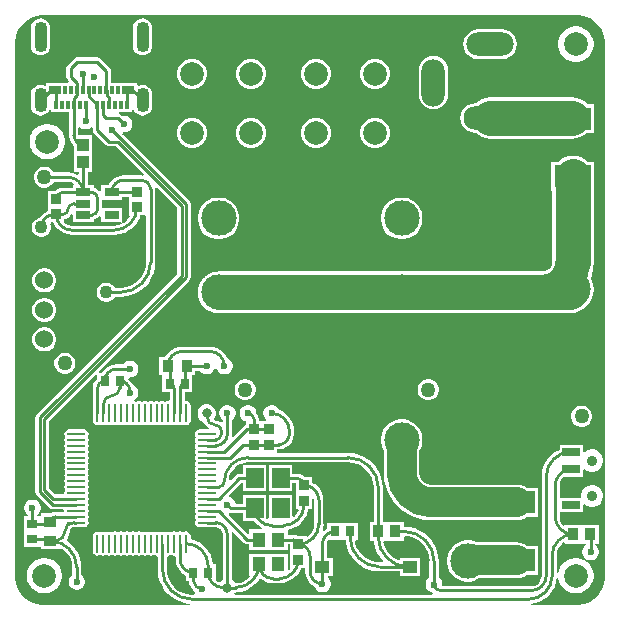
<source format=gtl>
G04*
G04 #@! TF.GenerationSoftware,Altium Limited,CircuitMaker,2.3.0 (2.3.0.3)*
G04*
G04 Layer_Physical_Order=1*
G04 Layer_Color=25308*
%FSLAX25Y25*%
%MOIN*%
G70*
G04*
G04 #@! TF.SameCoordinates,16FC6845-B66D-4252-ADF8-C3080C0A7A4D*
G04*
G04*
G04 #@! TF.FilePolarity,Positive*
G04*
G01*
G75*
%ADD10C,0.01000*%
%ADD17R,0.03740X0.03937*%
%ADD18R,0.03150X0.03543*%
%ADD19R,0.03937X0.02756*%
%ADD20R,0.01181X0.02756*%
%ADD21R,0.05905X0.02756*%
%ADD22R,0.03543X0.04134*%
%ADD23R,0.12402X0.07717*%
%ADD24R,0.03543X0.03347*%
%ADD25R,0.04724X0.03937*%
%ADD26R,0.05905X0.06693*%
%ADD27R,0.04331X0.05118*%
%ADD28R,0.03543X0.03150*%
%ADD29R,0.03937X0.03740*%
%ADD30O,0.00984X0.06102*%
%ADD31O,0.06102X0.00984*%
%ADD32R,0.03937X0.04134*%
%ADD33R,0.05118X0.02756*%
%ADD64C,0.09842*%
%ADD65C,0.11811*%
G04:AMPARAMS|DCode=66|XSize=82.68mil|YSize=43.31mil|CornerRadius=21.65mil|HoleSize=0mil|Usage=FLASHONLY|Rotation=270.000|XOffset=0mil|YOffset=0mil|HoleType=Round|Shape=RoundedRectangle|*
%AMROUNDEDRECTD66*
21,1,0.08268,0.00000,0,0,270.0*
21,1,0.03937,0.04331,0,0,270.0*
1,1,0.04331,0.00000,-0.01968*
1,1,0.04331,0.00000,0.01968*
1,1,0.04331,0.00000,0.01968*
1,1,0.04331,0.00000,-0.01968*
%
%ADD66ROUNDEDRECTD66*%
G04:AMPARAMS|DCode=67|XSize=102.36mil|YSize=43.31mil|CornerRadius=21.65mil|HoleSize=0mil|Usage=FLASHONLY|Rotation=270.000|XOffset=0mil|YOffset=0mil|HoleType=Round|Shape=RoundedRectangle|*
%AMROUNDEDRECTD67*
21,1,0.10236,0.00000,0,0,270.0*
21,1,0.05905,0.04331,0,0,270.0*
1,1,0.04331,0.00000,-0.02953*
1,1,0.04331,0.00000,0.02953*
1,1,0.04331,0.00000,0.02953*
1,1,0.04331,0.00000,-0.02953*
%
%ADD67ROUNDEDRECTD67*%
%ADD68C,0.03543*%
%ADD69C,0.06000*%
%ADD70O,0.07874X0.15748*%
%ADD71O,0.15748X0.07874*%
%ADD72O,0.17716X0.07874*%
%ADD73C,0.07874*%
%ADD74C,0.03150*%
%ADD75C,0.02362*%
%ADD76C,0.04331*%
%ADD77C,0.05000*%
%ADD78C,0.11811*%
G36*
X212818Y147540D02*
X214411Y147057D01*
X215879Y146273D01*
X217165Y145217D01*
X218221Y143930D01*
X219006Y142462D01*
X219489Y140869D01*
X219646Y139281D01*
X219632Y139213D01*
Y127673D01*
X218390D01*
Y121539D01*
X219725D01*
X219768Y120991D01*
X220191Y119231D01*
X220883Y117558D01*
X221829Y116015D01*
X222846Y114825D01*
X222615Y114325D01*
X221713D01*
X221644Y114311D01*
X220056Y114468D01*
X218463Y114951D01*
X216995Y115735D01*
X215709Y116791D01*
X214653Y118078D01*
X213868Y119546D01*
X213385Y121139D01*
X213353Y121464D01*
X213689Y121835D01*
X214287D01*
Y127378D01*
X204217D01*
Y125512D01*
X203901Y125381D01*
X203035Y124717D01*
X202604Y125016D01*
X202757Y125521D01*
X202919Y127165D01*
X202907D01*
Y135039D01*
X202909D01*
X202785Y136298D01*
X202418Y137509D01*
X201822Y138624D01*
X201019Y139602D01*
X200041Y140404D01*
X199228Y140839D01*
Y142634D01*
X196912D01*
X196849Y142715D01*
X196042Y143334D01*
X195103Y143723D01*
X194095Y143856D01*
Y143852D01*
X192535D01*
Y146669D01*
X184630D01*
Y137976D01*
X192535D01*
Y140794D01*
X193685D01*
Y137287D01*
Y132169D01*
X194269D01*
X194603Y131669D01*
X194231Y130772D01*
X193375Y129656D01*
X192984Y129356D01*
X192535Y129577D01*
Y136669D01*
X184630D01*
Y128996D01*
X184151Y128699D01*
X183874Y128847D01*
Y136669D01*
X175969D01*
Y133852D01*
X173615D01*
X173434Y134528D01*
X173071Y135157D01*
X172558Y135670D01*
X171930Y136033D01*
X171499Y136148D01*
X171345Y136702D01*
X175437Y140794D01*
X175969D01*
Y137976D01*
X183874D01*
Y146669D01*
X175969D01*
Y143852D01*
X174803D01*
X174218Y143736D01*
X173722Y143404D01*
X171931Y141613D01*
X171451Y141840D01*
X171523Y142578D01*
X171885Y143770D01*
X172472Y144869D01*
X173263Y145832D01*
X174225Y146622D01*
X175324Y147210D01*
X176516Y147571D01*
X177722Y147690D01*
X177756Y147683D01*
X211161D01*
X211230Y147697D01*
X212818Y147540D01*
D02*
G37*
G36*
X289767Y296466D02*
X291587Y295712D01*
X293225Y294618D01*
X294618Y293225D01*
X295712Y291587D01*
X296466Y289767D01*
X296850Y287835D01*
Y286850D01*
Y110000D01*
Y109015D01*
X296466Y107083D01*
X295712Y105263D01*
X294618Y103625D01*
X293225Y102233D01*
X291587Y101138D01*
X289767Y100384D01*
X287835Y100000D01*
X272065D01*
X272040Y100500D01*
X273097Y100604D01*
X274865Y101140D01*
X276493Y102011D01*
X277920Y103182D01*
X279092Y104609D01*
X279962Y106238D01*
X280498Y108005D01*
X280612Y109162D01*
X281117Y109187D01*
X281329Y108120D01*
X281774Y107045D01*
X282421Y106078D01*
X283243Y105255D01*
X284211Y104609D01*
X285285Y104164D01*
X286426Y103937D01*
X287590D01*
X288730Y104164D01*
X289805Y104609D01*
X290772Y105255D01*
X291595Y106078D01*
X292241Y107045D01*
X292686Y108120D01*
X292913Y109261D01*
Y110424D01*
X292686Y111565D01*
X292241Y112640D01*
X291595Y113607D01*
X290772Y114430D01*
X289805Y115076D01*
X288730Y115521D01*
X287590Y115748D01*
X286426D01*
X285285Y115521D01*
X284211Y115076D01*
X283243Y114430D01*
X282421Y113607D01*
X281774Y112640D01*
X281329Y111565D01*
X281163Y110730D01*
X280663Y110780D01*
Y116634D01*
X280647Y116714D01*
X280824Y118053D01*
X281372Y119376D01*
X282243Y120512D01*
X282902Y121018D01*
X283350Y120797D01*
Y120555D01*
X288559D01*
X288894Y120555D01*
X289394Y120555D01*
X290400D01*
Y120016D01*
X290237Y119922D01*
X289724Y119409D01*
X289361Y118780D01*
X289173Y118079D01*
Y117354D01*
X289361Y116653D01*
X289724Y116024D01*
X290237Y115511D01*
X290865Y115148D01*
X291566Y114961D01*
X292292D01*
X292993Y115148D01*
X293621Y115511D01*
X294134Y116024D01*
X294497Y116653D01*
X294685Y117354D01*
Y118079D01*
X294497Y118780D01*
X294134Y119409D01*
X293621Y119922D01*
X293459Y120016D01*
Y120555D01*
X294602D01*
Y126689D01*
X289394D01*
X289059Y126689D01*
X288559Y126689D01*
X283350D01*
Y126689D01*
X282850Y126573D01*
X282231Y127380D01*
X281783Y128463D01*
X281637Y129572D01*
X281647Y129626D01*
Y131087D01*
X289484D01*
Y133412D01*
X289946Y133603D01*
X290125Y133424D01*
X290978Y132932D01*
X291929Y132677D01*
X292914D01*
X293865Y132932D01*
X294718Y133424D01*
X295414Y134121D01*
X295906Y134974D01*
X296161Y135925D01*
Y136910D01*
X295906Y137861D01*
X295414Y138714D01*
X294718Y139410D01*
X293865Y139903D01*
X292914Y140157D01*
X291929D01*
X290978Y139903D01*
X290125Y139410D01*
X289428Y138714D01*
X288936Y137861D01*
X288681Y136910D01*
Y135925D01*
X288618Y135843D01*
X281647D01*
Y139862D01*
X281640Y139901D01*
X281768Y140871D01*
X282157Y141811D01*
X282776Y142618D01*
X283141Y142898D01*
X289484D01*
Y145223D01*
X289946Y145414D01*
X290125Y145236D01*
X290978Y144743D01*
X291929Y144488D01*
X292914D01*
X293865Y144743D01*
X294718Y145236D01*
X295414Y145932D01*
X295906Y146785D01*
X296161Y147736D01*
Y148721D01*
X295906Y149672D01*
X295414Y150525D01*
X294718Y151221D01*
X293865Y151714D01*
X292914Y151969D01*
X291929D01*
X290978Y151714D01*
X290125Y151221D01*
X289946Y151043D01*
X289484Y151234D01*
Y153559D01*
X281579D01*
Y151889D01*
X280024Y151058D01*
X278521Y149825D01*
X277288Y148323D01*
X276372Y146609D01*
X275808Y144749D01*
X275618Y142815D01*
X275636D01*
Y109843D01*
X275641Y109817D01*
X275529Y108962D01*
X275189Y108142D01*
X274648Y107438D01*
X273944Y106898D01*
X273124Y106558D01*
X272270Y106446D01*
X272244Y106451D01*
X242578D01*
X242520Y106527D01*
Y107253D01*
X242332Y107954D01*
X241969Y108582D01*
X241456Y109095D01*
X241293Y109189D01*
Y114606D01*
X241299D01*
X241157Y116411D01*
X240735Y118171D01*
X240042Y119843D01*
X239096Y121387D01*
X237921Y122763D01*
X236544Y123939D01*
X235001Y124885D01*
X233329Y125577D01*
X231568Y126000D01*
X229764Y126142D01*
X229642Y126591D01*
Y127673D01*
X224098D01*
Y127673D01*
X223933D01*
Y127673D01*
X222691D01*
Y139213D01*
X222697D01*
X222555Y141017D01*
X222132Y142777D01*
X221440Y144450D01*
X220494Y145993D01*
X219318Y147370D01*
X217942Y148545D01*
X216399Y149491D01*
X214726Y150184D01*
X212966Y150606D01*
X211161Y150748D01*
Y150742D01*
X187864D01*
X187417Y150870D01*
Y152014D01*
X187992D01*
Y152000D01*
X189309Y152173D01*
X190535Y152681D01*
X191589Y153490D01*
X192397Y154543D01*
X192906Y155770D01*
X193079Y157087D01*
X193065D01*
Y158071D01*
X193071D01*
X192928Y159523D01*
X192505Y160919D01*
X191817Y162205D01*
X190892Y163333D01*
X189764Y164258D01*
X188478Y164946D01*
X188201Y165030D01*
X188198Y165040D01*
X187835Y165668D01*
X187322Y166182D01*
X186694Y166544D01*
X185993Y166732D01*
X185267D01*
X184566Y166544D01*
X183938Y166182D01*
X183425Y165668D01*
X183062Y165040D01*
X182874Y164339D01*
Y163614D01*
X183062Y162913D01*
X183425Y162284D01*
X183874Y161835D01*
X183827Y161574D01*
X183694Y161335D01*
X182496D01*
Y161335D01*
X181254D01*
Y162008D01*
X181254D01*
X181135Y162913D01*
X180786Y163757D01*
X180512Y164114D01*
Y164339D01*
X180324Y165040D01*
X179961Y165668D01*
X179448Y166182D01*
X178820Y166544D01*
X178119Y166732D01*
X177393D01*
X176692Y166544D01*
X176064Y166182D01*
X175551Y165668D01*
X175188Y165040D01*
X175000Y164339D01*
Y163614D01*
X175188Y162913D01*
X175551Y162284D01*
X176064Y161771D01*
X176515Y161511D01*
X176524Y161506D01*
X176524Y161506D01*
X176692Y161408D01*
X176953Y161335D01*
X176953Y161335D01*
Y160109D01*
X176777Y160074D01*
X176281Y159743D01*
X172779Y156241D01*
X172331Y156463D01*
X172413Y157087D01*
X172396D01*
Y161677D01*
X172558Y161771D01*
X173071Y162284D01*
X173434Y162913D01*
X173622Y163614D01*
Y164339D01*
X173434Y165040D01*
X173071Y165668D01*
X172558Y166182D01*
X171930Y166544D01*
X171229Y166732D01*
X170503D01*
X169802Y166544D01*
X169174Y166182D01*
X168661Y165668D01*
X168298Y165040D01*
X168110Y164339D01*
Y163614D01*
X168298Y162913D01*
X168661Y162284D01*
X169174Y161771D01*
X169337Y161677D01*
Y161161D01*
X168888Y160940D01*
X168678Y161101D01*
X167835Y161450D01*
X166929Y161569D01*
Y161569D01*
X166640Y161622D01*
X166500Y161925D01*
X166448Y162155D01*
X166820Y162799D01*
X167027Y163575D01*
Y164378D01*
X166820Y165154D01*
X166418Y165850D01*
X165850Y166418D01*
X165154Y166820D01*
X164378Y167027D01*
X163575D01*
X162799Y166820D01*
X162103Y166418D01*
X161535Y165850D01*
X161133Y165154D01*
X160925Y164378D01*
Y163575D01*
X161133Y162799D01*
X161535Y162103D01*
X162103Y161535D01*
X162799Y161133D01*
X162890Y161109D01*
X163040Y160747D01*
X163753Y159816D01*
X164677Y159108D01*
X164680Y159086D01*
X164571Y158608D01*
X161516D01*
X160933Y158492D01*
X160440Y158162D01*
X160110Y157669D01*
X159994Y157087D01*
X160110Y156504D01*
X160379Y156102D01*
X160110Y155700D01*
X159994Y155118D01*
X160110Y154536D01*
X160379Y154134D01*
X160110Y153732D01*
X159994Y153150D01*
X160110Y152567D01*
X160379Y152165D01*
X160110Y151763D01*
X159994Y151181D01*
X160110Y150599D01*
X160379Y150197D01*
X160110Y149795D01*
X159994Y149213D01*
X160110Y148630D01*
X160379Y148228D01*
X160110Y147826D01*
X159994Y147244D01*
X160110Y146662D01*
X160379Y146260D01*
X160110Y145858D01*
X159994Y145276D01*
X160110Y144693D01*
X160379Y144291D01*
X160110Y143889D01*
X159994Y143307D01*
X160110Y142725D01*
X160379Y142323D01*
X160110Y141921D01*
X159994Y141339D01*
X160110Y140756D01*
X160379Y140354D01*
X160110Y139952D01*
X159994Y139370D01*
X160110Y138788D01*
X160379Y138386D01*
X160110Y137984D01*
X159994Y137402D01*
X160110Y136819D01*
X160379Y136417D01*
X160110Y136015D01*
X159994Y135433D01*
X160110Y134851D01*
X160379Y134449D01*
X160110Y134047D01*
X159994Y133465D01*
X160110Y132882D01*
X160379Y132480D01*
X160110Y132078D01*
X159994Y131496D01*
X160110Y130914D01*
X160379Y130512D01*
X160110Y130110D01*
X159994Y129527D01*
X160110Y128945D01*
X160379Y128543D01*
X160110Y128141D01*
X159994Y127559D01*
X160110Y126977D01*
X160440Y126483D01*
X160933Y126154D01*
X161516Y126038D01*
X164034D01*
X164075Y126030D01*
X166929D01*
X166995Y126043D01*
X167860Y125871D01*
X168650Y125343D01*
X169178Y124553D01*
X169350Y123688D01*
X169337Y123622D01*
Y108546D01*
X168993Y108347D01*
X168425Y107779D01*
X168331Y107616D01*
X167690Y107882D01*
X167043Y108378D01*
Y113598D01*
X165971D01*
X165840Y114930D01*
X165332Y116604D01*
X164507Y118147D01*
X163398Y119500D01*
X162045Y120610D01*
X160502Y121434D01*
X158828Y121942D01*
X158608Y121964D01*
Y123130D01*
X158492Y123712D01*
X158162Y124206D01*
X157669Y124535D01*
X157087Y124651D01*
X156504Y124535D01*
X156102Y124267D01*
X155700Y124535D01*
X155118Y124651D01*
X154536Y124535D01*
X154134Y124267D01*
X153732Y124535D01*
X153150Y124651D01*
X152567Y124535D01*
X152165Y124267D01*
X151763Y124535D01*
X151181Y124651D01*
X150599Y124535D01*
X150197Y124267D01*
X149795Y124535D01*
X149213Y124651D01*
X148630Y124535D01*
X148228Y124267D01*
X147826Y124535D01*
X147244Y124651D01*
X146662Y124535D01*
X146260Y124267D01*
X145858Y124535D01*
X145276Y124651D01*
X144693Y124535D01*
X144291Y124267D01*
X143889Y124535D01*
X143307Y124651D01*
X142725Y124535D01*
X142323Y124267D01*
X141921Y124535D01*
X141339Y124651D01*
X140756Y124535D01*
X140354Y124267D01*
X139952Y124535D01*
X139370Y124651D01*
X138788Y124535D01*
X138386Y124267D01*
X137984Y124535D01*
X137402Y124651D01*
X136819Y124535D01*
X136417Y124267D01*
X136015Y124535D01*
X135433Y124651D01*
X134851Y124535D01*
X134449Y124267D01*
X134047Y124535D01*
X133465Y124651D01*
X132882Y124535D01*
X132480Y124267D01*
X132078Y124535D01*
X131496Y124651D01*
X130914Y124535D01*
X130512Y124267D01*
X130110Y124535D01*
X129528Y124651D01*
X128945Y124535D01*
X128543Y124267D01*
X128141Y124535D01*
X127559Y124651D01*
X126977Y124535D01*
X126483Y124206D01*
X126154Y123712D01*
X126038Y123130D01*
Y118012D01*
X126154Y117430D01*
X126483Y116936D01*
X126977Y116606D01*
X127559Y116490D01*
X128141Y116606D01*
X128543Y116875D01*
X128945Y116606D01*
X129528Y116490D01*
X130110Y116606D01*
X130512Y116875D01*
X130914Y116606D01*
X131496Y116490D01*
X132078Y116606D01*
X132480Y116875D01*
X132882Y116606D01*
X133465Y116490D01*
X134047Y116606D01*
X134449Y116875D01*
X134851Y116606D01*
X135433Y116490D01*
X136015Y116606D01*
X136417Y116875D01*
X136819Y116606D01*
X137402Y116490D01*
X137984Y116606D01*
X138386Y116875D01*
X138788Y116606D01*
X139370Y116490D01*
X139952Y116606D01*
X140354Y116875D01*
X140756Y116606D01*
X141339Y116490D01*
X141921Y116606D01*
X142323Y116875D01*
X142725Y116606D01*
X143307Y116490D01*
X143889Y116606D01*
X144291Y116875D01*
X144693Y116606D01*
X145276Y116490D01*
X145858Y116606D01*
X146260Y116875D01*
X146662Y116606D01*
X147244Y116490D01*
X147297Y116501D01*
X147683Y116184D01*
Y111969D01*
X147677D01*
X147819Y110164D01*
X148242Y108404D01*
X148934Y106731D01*
X149880Y105188D01*
X151056Y103812D01*
X152432Y102636D01*
X153976Y101690D01*
X155648Y100997D01*
X157408Y100575D01*
X158361Y100500D01*
X158341Y100000D01*
X109015D01*
X107083Y100384D01*
X105263Y101138D01*
X103625Y102233D01*
X102233Y103625D01*
X101138Y105263D01*
X100384Y107083D01*
X100000Y109015D01*
Y110000D01*
Y129528D01*
Y286850D01*
Y287835D01*
X100384Y289767D01*
X101138Y291587D01*
X102233Y293225D01*
X103625Y294618D01*
X105263Y295712D01*
X107083Y296466D01*
X109015Y296850D01*
X287835D01*
X289767Y296466D01*
D02*
G37*
G36*
X172008Y130793D02*
X175969D01*
Y127976D01*
X179860D01*
X180519Y127173D01*
X181623Y126267D01*
X182292Y125909D01*
X182167Y125409D01*
X178232D01*
Y124047D01*
X177732Y123840D01*
X171345Y130227D01*
X171499Y130781D01*
X171742Y130846D01*
X172008Y130793D01*
D02*
G37*
G36*
X199802Y135455D02*
X199854Y135065D01*
X199849Y135039D01*
Y127165D01*
X199864Y127088D01*
X199690Y125771D01*
X199153Y124472D01*
X198297Y123357D01*
X197567Y122797D01*
X197260Y122949D01*
Y122949D01*
X194481D01*
X194464Y122961D01*
X193716Y123271D01*
X192956Y123371D01*
X192913Y123380D01*
X191059D01*
Y125181D01*
X191212Y125196D01*
X192793Y125676D01*
X194251Y126455D01*
X195528Y127503D01*
X196576Y128781D01*
X197356Y130238D01*
X197835Y131820D01*
X197870Y132169D01*
X199228D01*
Y135251D01*
X199728Y135508D01*
X199802Y135455D01*
D02*
G37*
G36*
X231420Y122934D02*
X233013Y122451D01*
X234481Y121666D01*
X235768Y120610D01*
X236824Y119324D01*
X237608Y117856D01*
X238091Y116263D01*
X238248Y114674D01*
X238234Y114606D01*
Y109189D01*
X238072Y109095D01*
X237559Y108582D01*
X237196Y107954D01*
X237008Y107253D01*
Y106527D01*
X237196Y105826D01*
X237559Y105198D01*
X238072Y104684D01*
X238700Y104322D01*
X239328Y104153D01*
X239446Y104059D01*
X239483Y103998D01*
X239202Y103498D01*
X173427D01*
X173235Y103960D01*
X173308Y104032D01*
X173336Y104081D01*
X173721Y104361D01*
X175520Y104538D01*
X177249Y105063D01*
X178844Y105915D01*
X180241Y107062D01*
X181388Y108459D01*
X181557Y108777D01*
X182048Y108874D01*
X182647Y108382D01*
X183729Y107804D01*
X184902Y107448D01*
X186122Y107328D01*
Y107329D01*
X188189D01*
Y107320D01*
X189718Y107471D01*
X191188Y107917D01*
X192543Y108641D01*
X193730Y109616D01*
X194705Y110803D01*
X195429Y112158D01*
X195528Y112484D01*
X196896D01*
Y111221D01*
X196877D01*
X197070Y109750D01*
X197638Y108379D01*
X198541Y107202D01*
X199718Y106299D01*
X199942Y106207D01*
X199991Y106023D01*
X200354Y105394D01*
X200867Y104881D01*
X201495Y104518D01*
X202196Y104331D01*
X202922D01*
X203623Y104518D01*
X204251Y104881D01*
X204764Y105394D01*
X205127Y106023D01*
X205315Y106724D01*
Y107449D01*
X205127Y108150D01*
X204764Y108779D01*
X204251Y109292D01*
X204191Y109327D01*
X204278Y109827D01*
X205921D01*
Y115764D01*
X204088D01*
Y120374D01*
X204087Y120382D01*
X204178Y121074D01*
X204448Y121727D01*
X204531Y121835D01*
X210253D01*
X210319Y120991D01*
X210742Y119231D01*
X211434Y117558D01*
X212380Y116015D01*
X213556Y114638D01*
X214932Y113463D01*
X216476Y112517D01*
X218148Y111824D01*
X219908Y111402D01*
X221713Y111260D01*
Y111266D01*
X228331D01*
Y109827D01*
X235055D01*
Y115764D01*
X228331D01*
Y115243D01*
X228141Y115102D01*
X227831Y114994D01*
X226444Y115735D01*
X225157Y116791D01*
X224101Y118078D01*
X223317Y119546D01*
X222864Y121039D01*
X223031Y121390D01*
X223166Y121539D01*
X223933D01*
Y121539D01*
X224098D01*
Y121539D01*
X229642D01*
Y122668D01*
X230142Y123060D01*
X231420Y122934D01*
D02*
G37*
G36*
X152567Y116606D02*
X153150Y116490D01*
X153202Y116501D01*
X153589Y116184D01*
Y115256D01*
X153590Y115249D01*
X153704Y114094D01*
X154043Y112976D01*
X154594Y111946D01*
X155334Y111043D01*
X156237Y110302D01*
X156972Y109909D01*
Y108055D01*
X158050D01*
X158162Y107204D01*
X158610Y106121D01*
X159324Y105190D01*
X159806Y104821D01*
X159932Y104350D01*
X160135Y103998D01*
X159846Y103498D01*
X159213D01*
X159144Y103484D01*
X157556Y103641D01*
X155963Y104124D01*
X154495Y104909D01*
X153209Y105965D01*
X152153Y107251D01*
X151368Y108719D01*
X150885Y110312D01*
X150728Y111900D01*
X150742Y111969D01*
Y116184D01*
X151128Y116501D01*
X151181Y116490D01*
X151763Y116606D01*
X152165Y116875D01*
X152567Y116606D01*
D02*
G37*
G36*
X176478Y120769D02*
X176974Y120437D01*
X177559Y120321D01*
X178232D01*
Y118291D01*
X184563D01*
X184563Y118291D01*
X184728D01*
Y118291D01*
X185063Y118291D01*
X191059D01*
Y120321D01*
X191717D01*
Y117602D01*
Y112484D01*
X191717D01*
X191876Y112161D01*
X191576Y111770D01*
X191507Y111718D01*
X191059Y111939D01*
Y117142D01*
X184728D01*
X184728Y117142D01*
X184563D01*
Y117142D01*
X184228Y117142D01*
X178232D01*
Y110024D01*
X178232D01*
X178413Y109642D01*
X178074Y109229D01*
X177141Y108464D01*
X176077Y107895D01*
X174922Y107544D01*
X173751Y107429D01*
X173721Y107435D01*
X173506D01*
X173308Y107779D01*
X172740Y108347D01*
X172396Y108546D01*
Y123622D01*
X172413D01*
X172331Y124246D01*
X172779Y124467D01*
X176478Y120769D01*
D02*
G37*
%LPC*%
G36*
X142598Y295594D02*
X141772Y295485D01*
X141002Y295166D01*
X140341Y294659D01*
X139833Y293998D01*
X139515Y293228D01*
X139406Y292402D01*
Y286496D01*
X139515Y285670D01*
X139833Y284900D01*
X140341Y284239D01*
X141002Y283731D01*
X141772Y283412D01*
X142598Y283303D01*
X143425Y283412D01*
X144195Y283731D01*
X144856Y284239D01*
X145363Y284900D01*
X145682Y285670D01*
X145791Y286496D01*
Y292402D01*
X145682Y293228D01*
X145363Y293998D01*
X144856Y294659D01*
X144195Y295166D01*
X143425Y295485D01*
X142598Y295594D01*
D02*
G37*
G36*
X108583D02*
X107756Y295485D01*
X106986Y295166D01*
X106325Y294659D01*
X105818Y293998D01*
X105499Y293228D01*
X105390Y292402D01*
Y286496D01*
X105499Y285670D01*
X105818Y284900D01*
X106325Y284239D01*
X106986Y283731D01*
X107756Y283412D01*
X108583Y283303D01*
X109409Y283412D01*
X110179Y283731D01*
X110840Y284239D01*
X111348Y284900D01*
X111667Y285670D01*
X111775Y286496D01*
Y292402D01*
X111667Y293228D01*
X111348Y293998D01*
X110840Y294659D01*
X110179Y295166D01*
X109409Y295485D01*
X108583Y295594D01*
D02*
G37*
G36*
X262402Y291987D02*
X254528D01*
X253239Y291818D01*
X252038Y291320D01*
X251006Y290529D01*
X250215Y289498D01*
X249718Y288297D01*
X249548Y287008D01*
X249718Y285719D01*
X250215Y284518D01*
X251006Y283487D01*
X252038Y282695D01*
X253239Y282198D01*
X254528Y282028D01*
X262402D01*
X263690Y282198D01*
X264891Y282695D01*
X265923Y283487D01*
X266714Y284518D01*
X267212Y285719D01*
X267381Y287008D01*
X267212Y288297D01*
X266714Y289498D01*
X265923Y290529D01*
X264891Y291320D01*
X263690Y291818D01*
X262402Y291987D01*
D02*
G37*
G36*
X287590Y292913D02*
X286426D01*
X285285Y292686D01*
X284211Y292241D01*
X283243Y291595D01*
X282421Y290772D01*
X281774Y289805D01*
X281329Y288730D01*
X281102Y287590D01*
Y286426D01*
X281329Y285285D01*
X281774Y284211D01*
X282421Y283243D01*
X283243Y282421D01*
X284211Y281774D01*
X285285Y281329D01*
X286426Y281102D01*
X287590D01*
X288730Y281329D01*
X289805Y281774D01*
X290772Y282421D01*
X291595Y283243D01*
X292241Y284211D01*
X292686Y285285D01*
X292913Y286426D01*
Y287590D01*
X292686Y288730D01*
X292241Y289805D01*
X291595Y290772D01*
X290772Y291595D01*
X289805Y292241D01*
X288730Y292686D01*
X287590Y292913D01*
D02*
G37*
G36*
X127559Y282632D02*
X120669D01*
X120084Y282515D01*
X119588Y282184D01*
X117619Y280215D01*
X117288Y279719D01*
X117171Y279134D01*
Y276181D01*
X117288Y275596D01*
X117619Y275100D01*
X118029Y274690D01*
X117837Y274228D01*
X110417D01*
Y273495D01*
X109917Y273188D01*
X109409Y273399D01*
X108583Y273508D01*
X107756Y273399D01*
X106986Y273080D01*
X106325Y272572D01*
X105818Y271911D01*
X105499Y271141D01*
X105390Y270315D01*
Y266378D01*
X105499Y265552D01*
X105818Y264782D01*
X106325Y264120D01*
X106986Y263613D01*
X107756Y263294D01*
X108583Y263185D01*
X109409Y263294D01*
X110179Y263613D01*
X110840Y264120D01*
X111348Y264782D01*
X111667Y265552D01*
X111689Y265722D01*
X112189Y265689D01*
Y264354D01*
X118156D01*
Y256496D01*
X118147D01*
X118300Y255334D01*
X118748Y254251D01*
X119462Y253320D01*
X119669Y253161D01*
Y250476D01*
Y244571D01*
X121305D01*
Y243671D01*
X120876Y243414D01*
X120261Y243742D01*
X119014Y244121D01*
X117717Y244249D01*
Y244246D01*
X113001D01*
X112643Y244866D01*
X111992Y245517D01*
X111194Y245978D01*
X110303Y246217D01*
X109382D01*
X108492Y245978D01*
X107694Y245517D01*
X107042Y244866D01*
X106581Y244068D01*
X106342Y243177D01*
Y242256D01*
X106581Y241366D01*
X107042Y240567D01*
X107694Y239916D01*
X108492Y239455D01*
X109382Y239216D01*
X110303D01*
X111194Y239455D01*
X111992Y239916D01*
X112643Y240567D01*
X113001Y241187D01*
X117717D01*
X117747Y241193D01*
X118648Y241075D01*
X119516Y240715D01*
X119827Y240476D01*
X119658Y239976D01*
X119276D01*
Y239128D01*
X115945D01*
Y239130D01*
X114988Y239004D01*
X114096Y238635D01*
X113408Y238106D01*
X111008D01*
Y232760D01*
Y231416D01*
X110947Y231397D01*
X109934Y230856D01*
X109046Y230127D01*
X108317Y229239D01*
X108241Y229096D01*
X107636Y228934D01*
X106915Y228517D01*
X106325Y227928D01*
X105909Y227206D01*
X105693Y226401D01*
Y225568D01*
X105909Y224763D01*
X106325Y224041D01*
X106915Y223451D01*
X107636Y223035D01*
X108441Y222819D01*
X109275D01*
X110080Y223035D01*
X110802Y223451D01*
X111391Y224041D01*
X111808Y224763D01*
X112024Y225568D01*
Y226401D01*
X111825Y227142D01*
X111985Y227518D01*
X112056Y227642D01*
X112796D01*
X113401Y226511D01*
X114252Y225473D01*
X115290Y224621D01*
X116474Y223988D01*
X117759Y223599D01*
X119095Y223467D01*
Y223471D01*
X133071D01*
Y223456D01*
X134870Y223633D01*
X136600Y224158D01*
X138194Y225010D01*
X139592Y226157D01*
X140739Y227554D01*
X141591Y229148D01*
X141850Y230004D01*
X143520D01*
X143746Y229598D01*
Y214331D01*
X143760Y214263D01*
X143603Y212674D01*
X143120Y211081D01*
X142335Y209613D01*
X141280Y208327D01*
X139993Y207271D01*
X138525Y206486D01*
X136932Y206003D01*
X135344Y205847D01*
X135276Y205860D01*
X133284D01*
X133045Y206274D01*
X132455Y206864D01*
X131734Y207280D01*
X130929Y207496D01*
X130095D01*
X129290Y207280D01*
X128568Y206864D01*
X127979Y206274D01*
X127562Y205553D01*
X127347Y204747D01*
Y203914D01*
X127562Y203109D01*
X127979Y202387D01*
X128568Y201798D01*
X129290Y201381D01*
X130095Y201165D01*
X130929D01*
X131734Y201381D01*
X132455Y201798D01*
X133045Y202387D01*
X133284Y202801D01*
X135276D01*
Y202795D01*
X137080Y202937D01*
X138840Y203360D01*
X140513Y204052D01*
X142056Y204998D01*
X143432Y206174D01*
X144608Y207550D01*
X145554Y209094D01*
X146247Y210766D01*
X146669Y212526D01*
X146811Y214331D01*
X146805D01*
Y238779D01*
X146814D01*
X146759Y239194D01*
X147233Y239428D01*
X154057Y232604D01*
Y210507D01*
X107261Y163711D01*
X106930Y163215D01*
X106813Y162629D01*
Y137765D01*
X106930Y137179D01*
X107261Y136683D01*
X111561Y132383D01*
X112057Y132052D01*
X112643Y131935D01*
X116184D01*
X116501Y131549D01*
X116490Y131496D01*
X116501Y131443D01*
X116184Y131057D01*
X113583D01*
X113565Y131053D01*
X112729Y130943D01*
X111962Y130626D01*
X108843D01*
Y130073D01*
X108677Y129642D01*
X107435D01*
Y130181D01*
X107598Y130275D01*
X108111Y130788D01*
X108474Y131417D01*
X108661Y132117D01*
Y132843D01*
X108474Y133544D01*
X108111Y134172D01*
X107598Y134686D01*
X106969Y135048D01*
X106268Y135236D01*
X105543D01*
X104842Y135048D01*
X104213Y134686D01*
X103700Y134172D01*
X103337Y133544D01*
X103150Y132843D01*
Y132117D01*
X103337Y131417D01*
X103700Y130788D01*
X104213Y130275D01*
X104376Y130181D01*
Y129642D01*
X103134D01*
Y124492D01*
Y119571D01*
X108677D01*
X108843Y119139D01*
Y118587D01*
X114779D01*
Y118812D01*
X115208Y119069D01*
X115891Y118704D01*
X117004Y117791D01*
X117917Y116678D01*
X118596Y115409D01*
X119014Y114031D01*
X119150Y112648D01*
X119140Y112598D01*
Y110173D01*
X118977Y110079D01*
X118464Y109566D01*
X118101Y108938D01*
X117913Y108237D01*
Y107511D01*
X118101Y106810D01*
X118464Y106182D01*
X118977Y105669D01*
X119606Y105306D01*
X120307Y105118D01*
X121032D01*
X121733Y105306D01*
X122361Y105669D01*
X122875Y106182D01*
X123237Y106810D01*
X123425Y107511D01*
Y108237D01*
X123237Y108938D01*
X122875Y109566D01*
X122361Y110079D01*
X122199Y110173D01*
Y112598D01*
X122201D01*
X122073Y114224D01*
X121693Y115809D01*
X121069Y117315D01*
X120217Y118706D01*
X119158Y119946D01*
X117918Y121004D01*
X117394Y121326D01*
X117303Y121817D01*
X117644Y122261D01*
X118113Y123392D01*
X118272Y124606D01*
X118272D01*
X118348Y125075D01*
X118364Y125154D01*
X118674Y125618D01*
X119138Y125928D01*
X119668Y126033D01*
X119685Y126030D01*
X120571D01*
X120611Y126038D01*
X123130D01*
X123712Y126154D01*
X124206Y126483D01*
X124536Y126977D01*
X124651Y127559D01*
X124536Y128141D01*
X124267Y128543D01*
X124536Y128945D01*
X124651Y129527D01*
X124536Y130110D01*
X124267Y130512D01*
X124536Y130914D01*
X124651Y131496D01*
X124536Y132078D01*
X124267Y132480D01*
X124536Y132882D01*
X124651Y133465D01*
X124536Y134047D01*
X124267Y134449D01*
X124536Y134851D01*
X124651Y135433D01*
X124536Y136015D01*
X124267Y136417D01*
X124536Y136819D01*
X124651Y137402D01*
X124536Y137984D01*
X124267Y138386D01*
X124536Y138788D01*
X124651Y139370D01*
X124536Y139952D01*
X124267Y140354D01*
X124536Y140756D01*
X124651Y141339D01*
X124536Y141921D01*
X124267Y142323D01*
X124536Y142725D01*
X124651Y143307D01*
X124536Y143889D01*
X124267Y144291D01*
X124536Y144693D01*
X124651Y145276D01*
X124536Y145858D01*
X124267Y146260D01*
X124536Y146662D01*
X124651Y147244D01*
X124536Y147826D01*
X124267Y148228D01*
X124536Y148630D01*
X124651Y149213D01*
X124536Y149795D01*
X124267Y150197D01*
X124536Y150599D01*
X124651Y151181D01*
X124536Y151763D01*
X124267Y152165D01*
X124536Y152567D01*
X124651Y153150D01*
X124536Y153732D01*
X124267Y154134D01*
X124536Y154536D01*
X124651Y155118D01*
X124536Y155700D01*
X124267Y156102D01*
X124536Y156504D01*
X124651Y157087D01*
X124536Y157669D01*
X124206Y158162D01*
X123712Y158492D01*
X123130Y158608D01*
X118012D01*
X117430Y158492D01*
X116936Y158162D01*
X116606Y157669D01*
X116490Y157087D01*
X116606Y156504D01*
X116875Y156102D01*
X116606Y155700D01*
X116490Y155118D01*
X116606Y154536D01*
X116875Y154134D01*
X116606Y153732D01*
X116490Y153150D01*
X116606Y152567D01*
X116875Y152165D01*
X116606Y151763D01*
X116490Y151181D01*
X116606Y150599D01*
X116875Y150197D01*
X116606Y149795D01*
X116490Y149213D01*
X116606Y148630D01*
X116875Y148228D01*
X116606Y147826D01*
X116490Y147244D01*
X116606Y146662D01*
X116875Y146260D01*
X116606Y145858D01*
X116490Y145276D01*
X116606Y144693D01*
X116875Y144291D01*
X116606Y143889D01*
X116490Y143307D01*
X116606Y142725D01*
X116875Y142323D01*
X116606Y141921D01*
X116490Y141339D01*
X116606Y140756D01*
X116875Y140354D01*
X116606Y139952D01*
X116490Y139370D01*
X116606Y138788D01*
X116875Y138386D01*
X116606Y137984D01*
X116490Y137402D01*
X116501Y137349D01*
X116184Y136962D01*
X113429D01*
X111372Y139019D01*
Y161374D01*
X126983Y176985D01*
X127445Y176794D01*
Y175359D01*
X127195Y175167D01*
X126560Y174340D01*
X126161Y173376D01*
X126025Y172343D01*
X126030D01*
Y164075D01*
X126038Y164034D01*
Y161516D01*
X126154Y160933D01*
X126483Y160440D01*
X126977Y160110D01*
X127559Y159994D01*
X128141Y160110D01*
X128543Y160379D01*
X128945Y160110D01*
X129528Y159994D01*
X130110Y160110D01*
X130512Y160379D01*
X130914Y160110D01*
X131496Y159994D01*
X132078Y160110D01*
X132480Y160379D01*
X132882Y160110D01*
X133465Y159994D01*
X134047Y160110D01*
X134449Y160379D01*
X134851Y160110D01*
X135433Y159994D01*
X136015Y160110D01*
X136417Y160379D01*
X136819Y160110D01*
X137402Y159994D01*
X137984Y160110D01*
X138386Y160379D01*
X138788Y160110D01*
X139370Y159994D01*
X139952Y160110D01*
X140354Y160379D01*
X140756Y160110D01*
X141339Y159994D01*
X141921Y160110D01*
X142323Y160379D01*
X142725Y160110D01*
X143307Y159994D01*
X143889Y160110D01*
X144291Y160379D01*
X144693Y160110D01*
X145276Y159994D01*
X145858Y160110D01*
X146260Y160379D01*
X146662Y160110D01*
X147244Y159994D01*
X147826Y160110D01*
X148228Y160379D01*
X148630Y160110D01*
X149213Y159994D01*
X149795Y160110D01*
X150197Y160379D01*
X150599Y160110D01*
X151181Y159994D01*
X151763Y160110D01*
X152165Y160379D01*
X152567Y160110D01*
X153150Y159994D01*
X153732Y160110D01*
X154134Y160379D01*
X154536Y160110D01*
X155118Y159994D01*
X155700Y160110D01*
X156102Y160379D01*
X156504Y160110D01*
X157087Y159994D01*
X157669Y160110D01*
X158162Y160440D01*
X158492Y160933D01*
X158608Y161516D01*
Y166634D01*
X158492Y167216D01*
X158162Y167710D01*
X157669Y168039D01*
X157087Y168155D01*
X157034Y168145D01*
X156648Y168462D01*
Y171047D01*
X159169D01*
Y176591D01*
X159601Y176756D01*
X160153D01*
Y178195D01*
X161677D01*
X161771Y178032D01*
X162284Y177519D01*
X162913Y177156D01*
X163614Y176969D01*
X164339D01*
X165040Y177156D01*
X165668Y177519D01*
X166182Y178032D01*
X166544Y178661D01*
X166670Y179130D01*
X167188D01*
X167314Y178661D01*
X167677Y178032D01*
X168190Y177519D01*
X168818Y177156D01*
X169519Y176969D01*
X170245D01*
X170946Y177156D01*
X171574Y177519D01*
X172087Y178032D01*
X172450Y178661D01*
X172638Y179362D01*
Y180087D01*
X172450Y180788D01*
X172087Y181417D01*
X171574Y181930D01*
X170946Y182292D01*
X170856Y182317D01*
X170326Y183309D01*
X169523Y184287D01*
X168545Y185089D01*
X167430Y185686D01*
X166219Y186053D01*
X164961Y186177D01*
Y186175D01*
X155905D01*
Y186177D01*
X154647Y186053D01*
X153436Y185686D01*
X152321Y185089D01*
X151343Y184287D01*
X150541Y183309D01*
X150211Y182693D01*
X148114D01*
Y176756D01*
X148667D01*
X149098Y176591D01*
Y171047D01*
X151620D01*
Y168462D01*
X151234Y168145D01*
X151181Y168155D01*
X150599Y168039D01*
X150197Y167771D01*
X149795Y168039D01*
X149213Y168155D01*
X148630Y168039D01*
X148228Y167771D01*
X147826Y168039D01*
X147244Y168155D01*
X146662Y168039D01*
X146260Y167771D01*
X145858Y168039D01*
X145276Y168155D01*
X144693Y168039D01*
X144291Y167771D01*
X143889Y168039D01*
X143307Y168155D01*
X142725Y168039D01*
X142323Y167771D01*
X141921Y168039D01*
X141339Y168155D01*
X140756Y168039D01*
X140354Y167771D01*
X139952Y168039D01*
X139902Y168559D01*
X140078Y168661D01*
X140591Y169174D01*
X140954Y169802D01*
X141142Y170503D01*
Y171229D01*
X140954Y171930D01*
X140591Y172558D01*
X140078Y173071D01*
X139450Y173434D01*
X139431Y173439D01*
X139260Y173852D01*
X138468Y174885D01*
X137865Y175347D01*
Y175509D01*
X137884Y175566D01*
X138362Y175984D01*
X138749D01*
X139450Y176172D01*
X140078Y176535D01*
X140591Y177048D01*
X140954Y177676D01*
X141142Y178377D01*
Y179103D01*
X140954Y179804D01*
X140591Y180432D01*
X140078Y180945D01*
X139450Y181308D01*
X138749Y181496D01*
X138023D01*
X137322Y181308D01*
X136694Y180945D01*
X136181Y180432D01*
X136087Y180270D01*
X133957D01*
Y180287D01*
X132537Y180100D01*
X131215Y179552D01*
X130079Y178681D01*
X129230Y177575D01*
X128226D01*
X128034Y178037D01*
X158168Y208171D01*
X158500Y208667D01*
X158616Y209252D01*
Y233858D01*
X158500Y234443D01*
X158168Y234940D01*
X135909Y257198D01*
X135993Y257475D01*
X136138Y257677D01*
X136780D01*
X137481Y257865D01*
X138110Y258228D01*
X138623Y258741D01*
X138985Y259369D01*
X139173Y260070D01*
Y260796D01*
X138985Y261497D01*
X138623Y262125D01*
X138110Y262638D01*
X137481Y263001D01*
X136780Y263189D01*
X136055D01*
X135873Y263140D01*
X135530Y263483D01*
X135034Y263814D01*
X134834Y263854D01*
X134883Y264354D01*
X138992D01*
Y265689D01*
X139492Y265722D01*
X139515Y265552D01*
X139833Y264782D01*
X140341Y264120D01*
X141002Y263613D01*
X141772Y263294D01*
X142598Y263185D01*
X143425Y263294D01*
X144195Y263613D01*
X144856Y264120D01*
X145363Y264782D01*
X145682Y265552D01*
X145791Y266378D01*
Y270315D01*
X145682Y271141D01*
X145363Y271911D01*
X144856Y272572D01*
X144195Y273080D01*
X143425Y273399D01*
X142598Y273508D01*
X141772Y273399D01*
X141264Y273188D01*
X140764Y273495D01*
Y274228D01*
X132041D01*
Y278150D01*
X131925Y278735D01*
X131593Y279231D01*
X128640Y282184D01*
X128144Y282515D01*
X127559Y282632D01*
D02*
G37*
G36*
X179390Y282102D02*
X178090D01*
X176835Y281766D01*
X175709Y281116D01*
X174790Y280197D01*
X174140Y279071D01*
X173803Y277815D01*
Y276515D01*
X174140Y275260D01*
X174790Y274134D01*
X175709Y273215D01*
X176835Y272565D01*
X178090Y272228D01*
X179390D01*
X180646Y272565D01*
X181772Y273215D01*
X182691Y274134D01*
X183341Y275260D01*
X183677Y276515D01*
Y277815D01*
X183341Y279071D01*
X182691Y280197D01*
X181772Y281116D01*
X180646Y281766D01*
X179390Y282102D01*
D02*
G37*
G36*
X159705D02*
X158405D01*
X157150Y281766D01*
X156024Y281116D01*
X155104Y280197D01*
X154455Y279071D01*
X154118Y277815D01*
Y276515D01*
X154455Y275260D01*
X155104Y274134D01*
X156024Y273215D01*
X157150Y272565D01*
X158405Y272228D01*
X159705D01*
X160961Y272565D01*
X162086Y273215D01*
X163006Y274134D01*
X163656Y275260D01*
X163992Y276515D01*
Y277815D01*
X163656Y279071D01*
X163006Y280197D01*
X162086Y281116D01*
X160961Y281766D01*
X159705Y282102D01*
D02*
G37*
G36*
X220729Y282102D02*
X219429D01*
X218173Y281766D01*
X217047Y281116D01*
X216128Y280197D01*
X215478Y279071D01*
X215142Y277815D01*
Y276515D01*
X215478Y275260D01*
X216128Y274134D01*
X217047Y273215D01*
X218173Y272565D01*
X219429Y272228D01*
X220729D01*
X221984Y272565D01*
X223110Y273215D01*
X224029Y274134D01*
X224679Y275260D01*
X225016Y276515D01*
Y277815D01*
X224679Y279071D01*
X224029Y280197D01*
X223110Y281116D01*
X221984Y281766D01*
X220729Y282102D01*
D02*
G37*
G36*
X201044D02*
X199744D01*
X198488Y281766D01*
X197362Y281116D01*
X196443Y280197D01*
X195793Y279071D01*
X195457Y277815D01*
Y276515D01*
X195793Y275260D01*
X196443Y274134D01*
X197362Y273215D01*
X198488Y272565D01*
X199744Y272228D01*
X201044D01*
X202299Y272565D01*
X203425Y273215D01*
X204344Y274134D01*
X204994Y275260D01*
X205331Y276515D01*
Y277815D01*
X204994Y279071D01*
X204344Y280197D01*
X203425Y281116D01*
X202299Y281766D01*
X201044Y282102D01*
D02*
G37*
G36*
X239567Y283129D02*
X238278Y282960D01*
X237077Y282462D01*
X236046Y281671D01*
X235255Y280639D01*
X234757Y279438D01*
X234587Y278150D01*
Y270276D01*
X234757Y268987D01*
X235255Y267786D01*
X236046Y266755D01*
X237077Y265963D01*
X238278Y265466D01*
X239567Y265296D01*
X240856Y265466D01*
X242057Y265963D01*
X243088Y266755D01*
X243879Y267786D01*
X244377Y268987D01*
X244547Y270276D01*
Y278150D01*
X244377Y279438D01*
X243879Y280639D01*
X243088Y281671D01*
X242057Y282462D01*
X240856Y282960D01*
X239567Y283129D01*
D02*
G37*
G36*
X285827Y269340D02*
X258465D01*
X257111Y269207D01*
X255809Y268812D01*
X254609Y268171D01*
X253647Y267381D01*
X253543D01*
X252255Y267212D01*
X251054Y266714D01*
X250022Y265923D01*
X249231Y264891D01*
X248733Y263690D01*
X248564Y262402D01*
X248733Y261113D01*
X249231Y259912D01*
X250022Y258880D01*
X251054Y258089D01*
X252255Y257592D01*
X253543Y257422D01*
X253647D01*
X254609Y256632D01*
X255809Y255991D01*
X257111Y255596D01*
X258465Y255463D01*
X285827D01*
X287180Y255596D01*
X288482Y255991D01*
X289682Y256632D01*
X290552Y257347D01*
X293224D01*
Y267063D01*
X290934D01*
X290733Y267308D01*
X289682Y268171D01*
X288482Y268812D01*
X287180Y269207D01*
X285827Y269340D01*
D02*
G37*
G36*
X179390Y262417D02*
X178090D01*
X176835Y262081D01*
X175709Y261431D01*
X174790Y260512D01*
X174140Y259386D01*
X173803Y258130D01*
Y256830D01*
X174140Y255575D01*
X174790Y254449D01*
X175709Y253530D01*
X176835Y252880D01*
X178090Y252543D01*
X179390D01*
X180646Y252880D01*
X181772Y253530D01*
X182691Y254449D01*
X183341Y255575D01*
X183677Y256830D01*
Y258130D01*
X183341Y259386D01*
X182691Y260512D01*
X181772Y261431D01*
X180646Y262081D01*
X179390Y262417D01*
D02*
G37*
G36*
X159705D02*
X158405D01*
X157150Y262081D01*
X156024Y261431D01*
X155104Y260512D01*
X154455Y259386D01*
X154118Y258130D01*
Y256830D01*
X154455Y255575D01*
X155104Y254449D01*
X156024Y253530D01*
X157150Y252880D01*
X158405Y252543D01*
X159705D01*
X160961Y252880D01*
X162086Y253530D01*
X163006Y254449D01*
X163656Y255575D01*
X163992Y256830D01*
Y258130D01*
X163656Y259386D01*
X163006Y260512D01*
X162086Y261431D01*
X160961Y262081D01*
X159705Y262417D01*
D02*
G37*
G36*
X220729Y262417D02*
X219429D01*
X218173Y262081D01*
X217047Y261431D01*
X216128Y260512D01*
X215478Y259386D01*
X215142Y258130D01*
Y256830D01*
X215478Y255575D01*
X216128Y254449D01*
X217047Y253530D01*
X218173Y252880D01*
X219429Y252543D01*
X220729D01*
X221984Y252880D01*
X223110Y253530D01*
X224029Y254449D01*
X224679Y255575D01*
X225016Y256830D01*
Y258130D01*
X224679Y259386D01*
X224029Y260512D01*
X223110Y261431D01*
X221984Y262081D01*
X220729Y262417D01*
D02*
G37*
G36*
X201044D02*
X199744D01*
X198488Y262081D01*
X197362Y261431D01*
X196443Y260512D01*
X195793Y259386D01*
X195457Y258130D01*
Y256830D01*
X195793Y255575D01*
X196443Y254449D01*
X197362Y253530D01*
X198488Y252880D01*
X199744Y252543D01*
X201044D01*
X202299Y252880D01*
X203425Y253530D01*
X204344Y254449D01*
X204994Y255575D01*
X205331Y256830D01*
Y258130D01*
X204994Y259386D01*
X204344Y260512D01*
X203425Y261431D01*
X202299Y262081D01*
X201044Y262417D01*
D02*
G37*
G36*
X111408Y260433D02*
X110245D01*
X109104Y260206D01*
X108029Y259761D01*
X107062Y259115D01*
X106240Y258292D01*
X105593Y257325D01*
X105148Y256250D01*
X104921Y255109D01*
Y253946D01*
X105148Y252805D01*
X105593Y251730D01*
X106240Y250763D01*
X107062Y249940D01*
X108029Y249294D01*
X109104Y248849D01*
X110245Y248622D01*
X111408D01*
X112549Y248849D01*
X113624Y249294D01*
X114591Y249940D01*
X115414Y250763D01*
X116060Y251730D01*
X116505Y252805D01*
X116732Y253946D01*
Y255109D01*
X116505Y256250D01*
X116060Y257325D01*
X115414Y258292D01*
X114591Y259115D01*
X113624Y259761D01*
X112549Y260206D01*
X111408Y260433D01*
D02*
G37*
G36*
X229617Y235842D02*
X228257D01*
X226923Y235577D01*
X225666Y235057D01*
X224535Y234301D01*
X223573Y233339D01*
X222817Y232208D01*
X222297Y230951D01*
X222031Y229617D01*
Y228257D01*
X222297Y226923D01*
X222817Y225666D01*
X223573Y224535D01*
X224535Y223573D01*
X225666Y222817D01*
X226923Y222297D01*
X228257Y222031D01*
X229617D01*
X230951Y222297D01*
X232208Y222817D01*
X233339Y223573D01*
X234301Y224535D01*
X235057Y225666D01*
X235577Y226923D01*
X235842Y228257D01*
Y229617D01*
X235577Y230951D01*
X235057Y232208D01*
X234301Y233339D01*
X233339Y234301D01*
X232208Y235057D01*
X230951Y235577D01*
X229617Y235842D01*
D02*
G37*
G36*
X168594D02*
X167233D01*
X165899Y235577D01*
X164642Y235057D01*
X163511Y234301D01*
X162549Y233339D01*
X161794Y232208D01*
X161273Y230951D01*
X161008Y229617D01*
Y228257D01*
X161273Y226923D01*
X161794Y225666D01*
X162549Y224535D01*
X163511Y223573D01*
X164642Y222817D01*
X165899Y222297D01*
X167233Y222031D01*
X168594D01*
X169928Y222297D01*
X171184Y222817D01*
X172315Y223573D01*
X173277Y224535D01*
X174033Y225666D01*
X174554Y226923D01*
X174819Y228257D01*
Y229617D01*
X174554Y230951D01*
X174033Y232208D01*
X173277Y233339D01*
X172315Y234301D01*
X171184Y235057D01*
X169928Y235577D01*
X168594Y235842D01*
D02*
G37*
G36*
X110369Y212268D02*
X109316D01*
X108299Y211995D01*
X107387Y211469D01*
X106642Y210724D01*
X106115Y209812D01*
X105842Y208794D01*
Y207741D01*
X106115Y206724D01*
X106642Y205812D01*
X107387Y205067D01*
X108299Y204540D01*
X109316Y204268D01*
X110369D01*
X111387Y204540D01*
X112299Y205067D01*
X113043Y205812D01*
X113570Y206724D01*
X113842Y207741D01*
Y208794D01*
X113570Y209812D01*
X113043Y210724D01*
X112299Y211469D01*
X111387Y211995D01*
X110369Y212268D01*
D02*
G37*
G36*
X286024Y249852D02*
X284670Y249719D01*
X283368Y249324D01*
X282169Y248683D01*
X281117Y247820D01*
X281077Y247772D01*
X278823D01*
Y238055D01*
X279085D01*
Y214331D01*
X279089Y214289D01*
X278990Y213536D01*
X278683Y212795D01*
X278195Y212159D01*
X277559Y211671D01*
X276818Y211365D01*
X276097Y211270D01*
X167913D01*
X167574Y211236D01*
X167233D01*
X166899Y211170D01*
X166560Y211136D01*
X166233Y211037D01*
X165899Y210971D01*
X165584Y210840D01*
X165258Y210741D01*
X164957Y210581D01*
X164642Y210450D01*
X164359Y210261D01*
X164058Y210100D01*
X163795Y209884D01*
X163511Y209695D01*
X163270Y209454D01*
X163007Y209237D01*
X162791Y208974D01*
X162549Y208733D01*
X162360Y208449D01*
X162144Y208186D01*
X161983Y207885D01*
X161794Y207602D01*
X161663Y207287D01*
X161503Y206986D01*
X161404Y206660D01*
X161273Y206345D01*
X161207Y206011D01*
X161108Y205684D01*
X161074Y205345D01*
X161008Y205011D01*
Y204670D01*
X160975Y204331D01*
X161008Y203992D01*
Y203651D01*
X161074Y203316D01*
X161108Y202977D01*
X161207Y202651D01*
X161273Y202316D01*
X161404Y202002D01*
X161503Y201675D01*
X161663Y201375D01*
X161794Y201060D01*
X161983Y200776D01*
X162144Y200476D01*
X162360Y200212D01*
X162549Y199929D01*
X162791Y199688D01*
X163007Y199424D01*
X163270Y199208D01*
X163511Y198967D01*
X163795Y198777D01*
X164058Y198561D01*
X164359Y198400D01*
X164642Y198211D01*
X164957Y198081D01*
X165258Y197920D01*
X165584Y197821D01*
X165899Y197691D01*
X166233Y197624D01*
X166560Y197525D01*
X166899Y197492D01*
X167233Y197425D01*
X167574D01*
X167913Y197392D01*
X276024D01*
Y197389D01*
X276067Y197392D01*
X285039D01*
Y197387D01*
X286586Y197539D01*
X288073Y197991D01*
X289444Y198723D01*
X290645Y199709D01*
X291631Y200910D01*
X292364Y202281D01*
X292815Y203768D01*
X292872Y204348D01*
X292929Y204635D01*
Y204927D01*
X292967Y205315D01*
X292963D01*
X292929Y205654D01*
Y205995D01*
X292863Y206329D01*
X292829Y206669D01*
X292730Y206995D01*
X292664Y207329D01*
X292533Y207644D01*
X292434Y207970D01*
X292274Y208271D01*
X292143Y208586D01*
X292000Y208801D01*
X292388Y209946D01*
X292821Y212119D01*
X292965Y214331D01*
X292963D01*
Y238055D01*
X293224D01*
Y247772D01*
X290970D01*
X290930Y247820D01*
X289879Y248683D01*
X288679Y249324D01*
X287377Y249719D01*
X286024Y249852D01*
D02*
G37*
G36*
X110369Y202425D02*
X109316D01*
X108299Y202153D01*
X107387Y201626D01*
X106642Y200881D01*
X106115Y199969D01*
X105842Y198952D01*
Y197899D01*
X106115Y196881D01*
X106642Y195969D01*
X107387Y195224D01*
X108299Y194698D01*
X109316Y194425D01*
X110369D01*
X111387Y194698D01*
X112299Y195224D01*
X113043Y195969D01*
X113570Y196881D01*
X113842Y197899D01*
Y198952D01*
X113570Y199969D01*
X113043Y200881D01*
X112299Y201626D01*
X111387Y202153D01*
X110369Y202425D01*
D02*
G37*
G36*
Y192583D02*
X109316D01*
X108299Y192310D01*
X107387Y191783D01*
X106642Y191039D01*
X106115Y190127D01*
X105842Y189109D01*
Y188056D01*
X106115Y187039D01*
X106642Y186127D01*
X107387Y185382D01*
X108299Y184855D01*
X109316Y184583D01*
X110369D01*
X111387Y184855D01*
X112299Y185382D01*
X113043Y186127D01*
X113570Y187039D01*
X113842Y188056D01*
Y189109D01*
X113570Y190127D01*
X113043Y191039D01*
X112299Y191783D01*
X111387Y192310D01*
X110369Y192583D01*
D02*
G37*
G36*
X117193Y184209D02*
X116271D01*
X115381Y183970D01*
X114583Y183509D01*
X113932Y182858D01*
X113471Y182060D01*
X113232Y181169D01*
Y180248D01*
X113471Y179358D01*
X113932Y178560D01*
X114583Y177908D01*
X115381Y177447D01*
X116271Y177209D01*
X117193D01*
X118083Y177447D01*
X118881Y177908D01*
X119533Y178560D01*
X119994Y179358D01*
X120232Y180248D01*
Y181169D01*
X119994Y182060D01*
X119533Y182858D01*
X118881Y183509D01*
X118083Y183970D01*
X117193Y184209D01*
D02*
G37*
G36*
X238256Y175350D02*
X237334D01*
X236444Y175112D01*
X235646Y174651D01*
X234995Y173999D01*
X234534Y173201D01*
X234295Y172311D01*
Y171390D01*
X234534Y170499D01*
X234995Y169701D01*
X235646Y169050D01*
X236444Y168589D01*
X237334Y168350D01*
X238256D01*
X239146Y168589D01*
X239944Y169050D01*
X240596Y169701D01*
X241057Y170499D01*
X241295Y171390D01*
Y172311D01*
X241057Y173201D01*
X240596Y173999D01*
X239944Y174651D01*
X239146Y175112D01*
X238256Y175350D01*
D02*
G37*
G36*
X177232D02*
X176311D01*
X175421Y175112D01*
X174623Y174651D01*
X173971Y173999D01*
X173510Y173201D01*
X173272Y172311D01*
Y171390D01*
X173510Y170499D01*
X173971Y169701D01*
X174623Y169050D01*
X175421Y168589D01*
X176311Y168350D01*
X177232D01*
X178123Y168589D01*
X178921Y169050D01*
X179572Y169701D01*
X180033Y170499D01*
X180272Y171390D01*
Y172311D01*
X180033Y173201D01*
X179572Y173999D01*
X178921Y174651D01*
X178123Y175112D01*
X177232Y175350D01*
D02*
G37*
G36*
X289437Y166492D02*
X288516D01*
X287625Y166254D01*
X286827Y165793D01*
X286176Y165141D01*
X285715Y164343D01*
X285476Y163453D01*
Y162531D01*
X285715Y161641D01*
X286176Y160843D01*
X286827Y160191D01*
X287625Y159731D01*
X288516Y159492D01*
X289437D01*
X290327Y159731D01*
X291125Y160191D01*
X291777Y160843D01*
X292238Y161641D01*
X292476Y162531D01*
Y163453D01*
X292238Y164343D01*
X291777Y165141D01*
X291125Y165793D01*
X290327Y166254D01*
X289437Y166492D01*
D02*
G37*
G36*
X229617Y162024D02*
X228257D01*
X226923Y161758D01*
X225666Y161238D01*
X224535Y160482D01*
X223573Y159520D01*
X222817Y158389D01*
X222297Y157132D01*
X222031Y155798D01*
Y154438D01*
X222297Y153104D01*
X222817Y151847D01*
X222987Y151593D01*
Y144252D01*
X222967D01*
X223163Y141754D01*
X223748Y139317D01*
X224707Y137002D01*
X226017Y134865D01*
X227644Y132959D01*
X229550Y131332D01*
X231687Y130022D01*
X234002Y129063D01*
X236439Y128478D01*
X238937Y128281D01*
Y128302D01*
X267323D01*
X268484Y128416D01*
X269600Y128755D01*
X270628Y129305D01*
X270737Y129394D01*
X274524D01*
Y139110D01*
X270737D01*
X270628Y139199D01*
X269600Y139749D01*
X268484Y140088D01*
X267323Y140202D01*
X238937D01*
X238879Y140196D01*
X237885Y140327D01*
X236905Y140733D01*
X236064Y141379D01*
X235418Y142220D01*
X235012Y143200D01*
X234881Y144194D01*
X234887Y144252D01*
Y151593D01*
X235057Y151847D01*
X235577Y153104D01*
X235842Y154438D01*
Y155798D01*
X235577Y157132D01*
X235057Y158389D01*
X234301Y159520D01*
X233339Y160482D01*
X232208Y161238D01*
X230951Y161758D01*
X229617Y162024D01*
D02*
G37*
G36*
X251625Y121669D02*
X250265D01*
X248931Y121404D01*
X247674Y120883D01*
X246543Y120128D01*
X245581Y119166D01*
X244825Y118035D01*
X244305Y116778D01*
X244039Y115444D01*
Y114084D01*
X244305Y112750D01*
X244825Y111493D01*
X245581Y110362D01*
X246543Y109400D01*
X247674Y108644D01*
X248931Y108124D01*
X250265Y107858D01*
X251625D01*
X252959Y108124D01*
X254216Y108644D01*
X254764Y109011D01*
X267323D01*
X268484Y109125D01*
X269600Y109464D01*
X270628Y110013D01*
X270737Y110102D01*
X274524D01*
Y119819D01*
X270737D01*
X270628Y119908D01*
X269600Y120458D01*
X268484Y120796D01*
X267323Y120911D01*
X254150D01*
X252959Y121404D01*
X251625Y121669D01*
D02*
G37*
G36*
X110424Y115748D02*
X109261D01*
X108120Y115521D01*
X107045Y115076D01*
X106078Y114430D01*
X105255Y113607D01*
X104609Y112640D01*
X104164Y111565D01*
X103937Y110424D01*
Y109261D01*
X104164Y108120D01*
X104609Y107045D01*
X105255Y106078D01*
X106078Y105255D01*
X107045Y104609D01*
X108120Y104164D01*
X109261Y103937D01*
X110424D01*
X111565Y104164D01*
X112640Y104609D01*
X113607Y105255D01*
X114430Y106078D01*
X115076Y107045D01*
X115521Y108120D01*
X115748Y109261D01*
Y110424D01*
X115521Y111565D01*
X115076Y112640D01*
X114430Y113607D01*
X113607Y114430D01*
X112640Y115076D01*
X111565Y115521D01*
X110424Y115748D01*
D02*
G37*
%LPD*%
G36*
X121930Y259212D02*
X122558Y258849D01*
X123259Y258661D01*
X123985D01*
X124686Y258849D01*
X125314Y259212D01*
X125530Y259427D01*
X126030Y259220D01*
Y258465D01*
X126146Y257879D01*
X126478Y257383D01*
X130415Y253446D01*
X130911Y253115D01*
X131496Y252998D01*
X133662D01*
X142971Y243690D01*
X142737Y243216D01*
X142323Y243271D01*
Y243262D01*
X136417D01*
Y243281D01*
X134947Y243087D01*
X133576Y242520D01*
X132399Y241617D01*
X131496Y240440D01*
X131304Y239976D01*
X128724D01*
Y238195D01*
X128224Y238025D01*
X128121Y238160D01*
X127437Y238685D01*
X126641Y239014D01*
X126394Y239047D01*
Y239976D01*
X124364D01*
Y244571D01*
X125606D01*
Y250476D01*
Y256610D01*
X121214D01*
Y259220D01*
X121714Y259427D01*
X121930Y259212D01*
D02*
G37*
G36*
X137977Y230004D02*
X138103D01*
X138361Y229575D01*
X138190Y229257D01*
X137425Y228324D01*
X136492Y227558D01*
X136203Y227404D01*
X135843Y227778D01*
Y232496D01*
X129088D01*
Y235221D01*
X135843D01*
Y236069D01*
X137977D01*
Y230004D01*
D02*
G37*
G36*
X119024Y230249D02*
X119276Y230134D01*
Y227740D01*
X126394D01*
Y228670D01*
X126641Y228702D01*
X127437Y229032D01*
X128121Y229556D01*
X128224Y229692D01*
X128724Y229522D01*
Y227740D01*
X135354D01*
X135759Y227240D01*
X135742Y227157D01*
X135427Y226989D01*
X134272Y226639D01*
X133101Y226523D01*
X133071Y226529D01*
X119095D01*
X119059Y226522D01*
X118112Y226647D01*
X117196Y227026D01*
X116872Y227275D01*
X116551Y227642D01*
Y228842D01*
X116944Y228894D01*
X117692Y229204D01*
X118335Y229697D01*
X118776Y230271D01*
X119024Y230249D01*
D02*
G37*
D10*
X163976Y162992D02*
G03*
X166929Y160039I2953J0D01*
G01*
X179724Y162008D02*
G03*
X177756Y163976I-1969J0D01*
G01*
X191535Y158071D02*
G03*
X185630Y163976I-5906J0D01*
G01*
X187992Y153543D02*
G03*
X191535Y157087I0J3543D01*
G01*
X166929Y153150D02*
G03*
X170866Y157087I0J3937D01*
G01*
X168898Y158071D02*
G03*
X166929Y160039I-1969J0D01*
G01*
X166929Y155118D02*
G03*
X168898Y157087I0J1969D01*
G01*
X239764Y106890D02*
G03*
X241732Y104921I1969J0D01*
G01*
X285531Y151181D02*
G03*
X277165Y142815I0J-8366D01*
G01*
X272244Y104921D02*
G03*
X277165Y109843I0J4921D01*
G01*
X239764Y114606D02*
G03*
X229764Y124606I-10000J0D01*
G01*
X157283Y179724D02*
G03*
X156595Y179035I0J-689D01*
G01*
Y173819D02*
G03*
X155118Y172343I0J-1476D01*
G01*
X138386Y171358D02*
G03*
X134941Y174803I-3445J0D01*
G01*
X169882Y179724D02*
G03*
X164961Y184646I-4921J0D01*
G01*
X151673Y179035D02*
G03*
X150984Y179724I-689J0D01*
G01*
X155905Y184646D02*
G03*
X150984Y179724I0J-4921D01*
G01*
X130020Y174803D02*
G03*
X127559Y172343I0J-2461D01*
G01*
X133957Y178740D02*
G03*
X130020Y174803I0J-3937D01*
G01*
X132480Y169882D02*
G03*
X134941Y172343I0J2461D01*
G01*
X159547Y108366D02*
G03*
X162500Y105413I2953J0D01*
G01*
X170866Y123622D02*
G03*
X166929Y127559I-3937J0D01*
G01*
X111811Y121457D02*
G03*
X111122Y122146I-689J0D01*
G01*
X113583Y121457D02*
G03*
X116732Y124606I0J3150D01*
G01*
X120669Y112598D02*
G03*
X111811Y121457I-8858J0D01*
G01*
X155118Y115256D02*
G03*
X159547Y110827I4429J0D01*
G01*
X164469Y113189D02*
G03*
X157087Y120571I-7382J0D01*
G01*
X181398Y113583D02*
G03*
X186122Y108858I4724J0D01*
G01*
X173721Y105905D02*
G03*
X181398Y113583I0J7677D01*
G01*
X164469Y110827D02*
G03*
X169390Y105905I4921J0D01*
G01*
X179921Y132323D02*
G03*
X185669Y126575I5748J0D01*
G01*
X177756Y149213D02*
G03*
X169882Y141339I0J-7874D01*
G01*
X167913Y139370D02*
G03*
X169882Y141339I0J1969D01*
G01*
X196457Y139961D02*
G03*
X194095Y142323I-2362J-0D01*
G01*
X201378Y135039D02*
G03*
X196457Y139961I-4921J0D01*
G01*
X194488Y120276D02*
G03*
X192913Y121850I-1575J0D01*
G01*
X198425Y116339D02*
G03*
X194488Y120276I-3937J0D01*
G01*
D02*
G03*
X201378Y127165I0J6890D01*
G01*
X198425Y111221D02*
G03*
X202559Y107087I4134J0D01*
G01*
X149213Y111969D02*
G03*
X159213Y101969I10000J0D01*
G01*
X271260D02*
G03*
X279134Y109843I0J7874D01*
G01*
X291929Y123524D02*
G03*
X291831Y123622I-98J0D01*
G01*
X145276Y238779D02*
G03*
X142323Y241732I-2953J0D01*
G01*
X136417D02*
G03*
X132283Y237598I0J-4134D01*
G01*
X135276Y204331D02*
G03*
X145276Y214331I0J10000D01*
G01*
X113779Y230315D02*
G03*
X119095Y225000I5315J0D01*
G01*
X113189Y230315D02*
G03*
X108858Y225984I0J-4331D01*
G01*
X280118Y129626D02*
G03*
X286122Y123622I6004J0D01*
G01*
D02*
G03*
X279134Y116634I0J-6988D01*
G01*
X285531Y145276D02*
G03*
X280118Y139862I0J-5413D01*
G01*
X122835Y237598D02*
G03*
X117717Y242717I-5118J0D01*
G01*
X119685Y256496D02*
G03*
X122638Y253543I2953J0D01*
G01*
X122835Y247441D02*
G03*
X122638Y247638I-197J0D01*
G01*
X133071Y225000D02*
G03*
X140748Y232677I0J7677D01*
G01*
X116142Y230315D02*
G03*
X117717Y231890I0J1575D01*
G01*
X127559Y235827D02*
G03*
X125787Y237598I-1772J0D01*
G01*
X125787Y230118D02*
G03*
X127559Y231890I0J1772D01*
G01*
X115945Y237598D02*
G03*
X113779Y235433I0J-2165D01*
G01*
X140551Y237598D02*
G03*
X140748Y237795I0J197D01*
G01*
X119685Y233858D02*
G03*
X117717Y231890I0J-1969D01*
G01*
X221161Y139213D02*
G03*
X211161Y149213I-10000J0D01*
G01*
X206791Y124606D02*
G03*
X202559Y120374I0J-4232D01*
G01*
X221161Y122795D02*
G03*
X231161Y112795I10000J0D01*
G01*
X211713Y122795D02*
G03*
X221713Y112795I10000J0D01*
G01*
X153150Y172343D02*
G03*
X151673Y173819I-1476J0D01*
G01*
X132480Y169882D02*
G03*
X129528Y166929I0J-2953D01*
G01*
X119685Y127559D02*
G03*
X116732Y124606I0J-2953D01*
G01*
X111122Y127067D02*
G03*
X111811Y127756I0J689D01*
G01*
X113583Y129527D02*
G03*
X111811Y127756I0J-1772D01*
G01*
X188189Y108858D02*
G03*
X194488Y115157I0J6299D01*
G01*
X189567Y126575D02*
G03*
X196457Y133465I0J6890D01*
G01*
X163976Y162992D02*
Y163976D01*
X179724Y158661D02*
Y162008D01*
X191535Y157087D02*
Y158071D01*
X184646Y153543D02*
X187992D01*
X184646Y158661D02*
X184646Y158661D01*
X179724Y158661D02*
X184646D01*
Y153543D02*
X184646Y153543D01*
X179724Y153543D02*
X184646D01*
X177362Y158661D02*
X179724D01*
X169882Y151181D02*
X177362Y158661D01*
X164075Y151181D02*
X169882D01*
X176181Y153543D02*
X179724D01*
X171850Y149213D02*
X176181Y153543D01*
X164075Y149213D02*
X171850D01*
X170866Y157087D02*
Y163976D01*
X164075Y153150D02*
X166929D01*
X168898Y157087D02*
Y158071D01*
X164075Y155118D02*
X166929D01*
X239764Y106890D02*
Y114606D01*
X241732Y104921D02*
X272244D01*
X277165Y109843D02*
Y142815D01*
X226870Y124606D02*
X229764D01*
X157283Y179724D02*
X163976D01*
X156595Y173819D02*
Y179035D01*
X155118Y164075D02*
Y172343D01*
X138386Y170866D02*
Y171358D01*
X151673Y173819D02*
Y179035D01*
X155905Y184646D02*
X164961D01*
X133957Y178740D02*
X138386D01*
X134941Y172343D02*
Y174803D01*
X164075Y127559D02*
X166929D01*
X170866Y105905D02*
Y123622D01*
X105905Y127067D02*
X111122D01*
X105905D02*
Y132480D01*
X111811Y121457D02*
X113583D01*
X120669Y107874D02*
Y112598D01*
X105905Y122146D02*
X111122D01*
X159547Y108366D02*
Y110827D01*
X169390Y105905D02*
X170866D01*
X173721D01*
X164469Y110827D02*
Y113189D01*
X172008Y132323D02*
X179921D01*
X170866Y133465D02*
X172008Y132323D01*
X177559Y121850D02*
X181398D01*
X167913Y131496D02*
X177559Y121850D01*
X164075Y131496D02*
X167913D01*
X174803Y142323D02*
X179921D01*
X167913Y135433D02*
X174803Y142323D01*
X164075Y135433D02*
X167913D01*
X177756Y149213D02*
X211161D01*
X164075Y139370D02*
X167913D01*
X201378Y127165D02*
Y135039D01*
X202559Y107087D02*
Y112795D01*
X198425Y111221D02*
Y116339D01*
X202559Y112795D02*
Y120374D01*
X279134Y109843D02*
Y116634D01*
X159213Y101969D02*
X271260D01*
X291929Y117717D02*
Y123524D01*
X145276Y214331D02*
Y238779D01*
X132283Y237598D02*
X140551D01*
X136417Y241732D02*
X142323D01*
X130512Y204331D02*
X135276D01*
X113189Y230315D02*
X113779D01*
X116142D01*
X149213Y111969D02*
Y120571D01*
X280118Y129626D02*
Y139862D01*
X155118Y115256D02*
Y120571D01*
X115945Y237598D02*
X122835D01*
Y247441D01*
Y237598D02*
X125787D01*
X109843Y242717D02*
X117717D01*
X119685Y256496D02*
Y266732D01*
X119095Y225000D02*
X133071D01*
X127559Y231890D02*
Y235827D01*
X122835Y230118D02*
X125787D01*
X119685Y233858D02*
X122835D01*
X130512Y271850D02*
Y278150D01*
X127559Y281102D02*
X130512Y278150D01*
X120669Y281102D02*
X127559D01*
X118701Y279134D02*
X120669Y281102D01*
X118701Y276181D02*
Y279134D01*
Y276181D02*
X120669Y274213D01*
Y271850D02*
Y274213D01*
X122638Y271850D02*
Y277165D01*
X122638Y271850D02*
X122638Y271850D01*
X134449Y262402D02*
X136417Y260433D01*
X130512Y262402D02*
X134449D01*
X129527Y263386D02*
X130512Y262402D01*
X129527Y263386D02*
Y266732D01*
X221161Y122795D02*
Y124606D01*
Y139213D01*
X211713Y122795D02*
Y124606D01*
X231161Y112795D02*
X231693D01*
X221713D02*
X231161D01*
X153150Y164075D02*
Y172343D01*
X127559Y164075D02*
Y172343D01*
X129528Y164075D02*
Y166929D01*
X119685Y127559D02*
X120571D01*
X113583Y129527D02*
X120571D01*
X186122Y108858D02*
X188189D01*
X187894Y121850D02*
X192913D01*
X188583Y142323D02*
X194095D01*
X185669Y126575D02*
X189567D01*
X196457Y133465D02*
Y134843D01*
X123622Y261417D02*
X123622Y261417D01*
X123622Y261417D02*
Y266732D01*
X127559Y258465D02*
Y266732D01*
X134296Y254528D02*
X155587Y233237D01*
Y209873D02*
Y233237D01*
X108343Y162629D02*
X155587Y209873D01*
X157087Y209252D02*
Y233858D01*
X132480Y258465D02*
X157087Y233858D01*
X109843Y162008D02*
X157087Y209252D01*
X108343Y137765D02*
Y162629D01*
Y137765D02*
X112643Y133465D01*
X120571D01*
X112795Y135433D02*
X120571D01*
X109843Y138386D02*
X112795Y135433D01*
X109843Y138386D02*
Y162008D01*
X127559Y258465D02*
X131496Y254528D01*
X134296D01*
X113386Y271850D02*
X113779Y271457D01*
Y266732D02*
Y271457D01*
X112087Y271850D02*
X113386D01*
X108583Y268347D02*
X112087Y271850D01*
X139094D02*
X142598Y268347D01*
X137795Y271850D02*
X139094D01*
X137402Y271457D02*
X137795Y271850D01*
X137402Y266732D02*
Y271457D01*
X120579Y271760D02*
X120669Y271850D01*
X120579Y269939D02*
Y271760D01*
X119685Y269045D02*
X120579Y269939D01*
X119685Y266732D02*
Y269045D01*
X130512Y271850D02*
X130602Y271760D01*
Y269939D02*
Y271760D01*
Y269939D02*
X131496Y269045D01*
Y266732D02*
Y269045D01*
X124606Y269685D02*
X127559Y266732D01*
X124606Y269685D02*
Y271850D01*
D17*
X157283Y179724D02*
D03*
X150984D02*
D03*
D18*
X151673Y173819D02*
D03*
X156595D02*
D03*
X211713Y124606D02*
D03*
X206791D02*
D03*
X164469Y110827D02*
D03*
X159547D02*
D03*
X134941Y174803D02*
D03*
X130020D02*
D03*
D19*
X113386Y271850D02*
D03*
X137795D02*
D03*
D20*
X116732D02*
D03*
X118701D02*
D03*
X132480D02*
D03*
X134449D02*
D03*
X130512D02*
D03*
X128543D02*
D03*
X120669D02*
D03*
X122638D02*
D03*
X124606D02*
D03*
X126575D02*
D03*
X113779Y266732D02*
D03*
X115748D02*
D03*
X117717D02*
D03*
X119685D02*
D03*
X121653D02*
D03*
X123622D02*
D03*
X127559D02*
D03*
X129527D02*
D03*
X131496D02*
D03*
X133465D02*
D03*
X135433D02*
D03*
X137402D02*
D03*
D21*
X285531Y151181D02*
D03*
Y145276D02*
D03*
Y133465D02*
D03*
D22*
X286122Y123622D02*
D03*
X291831D02*
D03*
X221161Y124606D02*
D03*
X226870D02*
D03*
D23*
X267323Y134252D02*
D03*
Y114961D02*
D03*
X286024Y262205D02*
D03*
Y242913D02*
D03*
D24*
X196457Y139961D02*
D03*
Y134843D02*
D03*
X194488Y115157D02*
D03*
Y120276D02*
D03*
X140748Y232677D02*
D03*
Y237795D02*
D03*
X113779Y235433D02*
D03*
Y230315D02*
D03*
X184646Y158661D02*
D03*
Y153543D02*
D03*
X179724Y158661D02*
D03*
Y153543D02*
D03*
D25*
X202559Y112795D02*
D03*
X231693D02*
D03*
D26*
X179921Y132323D02*
D03*
Y142323D02*
D03*
X188583D02*
D03*
Y132323D02*
D03*
D27*
X181398Y113583D02*
D03*
Y121850D02*
D03*
X187894D02*
D03*
Y113583D02*
D03*
D28*
X105905Y122146D02*
D03*
Y127067D02*
D03*
D29*
X111811Y127756D02*
D03*
Y121457D02*
D03*
D30*
X157087Y120571D02*
D03*
X155118D02*
D03*
X153150D02*
D03*
X151181D02*
D03*
X149213D02*
D03*
X147244D02*
D03*
X145276D02*
D03*
X143307D02*
D03*
X141339D02*
D03*
X139370D02*
D03*
X137402D02*
D03*
X135433D02*
D03*
X133465D02*
D03*
X131496D02*
D03*
X129528D02*
D03*
X127559D02*
D03*
Y164075D02*
D03*
X129528D02*
D03*
X131496D02*
D03*
X133465D02*
D03*
X135433D02*
D03*
X137402D02*
D03*
X139370D02*
D03*
X141339D02*
D03*
X143307D02*
D03*
X145276D02*
D03*
X147244D02*
D03*
X149213D02*
D03*
X151181D02*
D03*
X153150D02*
D03*
X155118D02*
D03*
X157087D02*
D03*
D31*
X120571Y127559D02*
D03*
Y129527D02*
D03*
Y131496D02*
D03*
Y133465D02*
D03*
Y135433D02*
D03*
Y137402D02*
D03*
Y139370D02*
D03*
Y141339D02*
D03*
Y143307D02*
D03*
Y145276D02*
D03*
Y147244D02*
D03*
Y149213D02*
D03*
Y151181D02*
D03*
Y153150D02*
D03*
Y155118D02*
D03*
Y157087D02*
D03*
X164075D02*
D03*
Y155118D02*
D03*
Y153150D02*
D03*
Y151181D02*
D03*
Y149213D02*
D03*
Y147244D02*
D03*
Y145276D02*
D03*
Y143307D02*
D03*
Y141339D02*
D03*
Y139370D02*
D03*
Y137402D02*
D03*
Y135433D02*
D03*
Y133465D02*
D03*
Y131496D02*
D03*
Y129527D02*
D03*
Y127559D02*
D03*
D32*
X122638Y253543D02*
D03*
Y247638D02*
D03*
D33*
X132283Y237598D02*
D03*
Y230118D02*
D03*
X122835D02*
D03*
Y233858D02*
D03*
Y237598D02*
D03*
D64*
X228937Y144252D02*
G03*
X238937Y134252I10000J0D01*
G01*
X251142Y114961D02*
G03*
X250945Y114764I0J-197D01*
G01*
X286024Y262205D02*
G03*
X285827Y262402I-197J0D01*
G01*
X228937Y144252D02*
Y155118D01*
X238937Y134252D02*
X267323D01*
X251142Y114961D02*
X267323D01*
D65*
X276024Y204331D02*
G03*
X286024Y214331I0J10000D01*
G01*
X285039Y204331D02*
G03*
X286024Y205315I0J984D01*
G01*
X276024Y204331D02*
X285039D01*
X228937D02*
X276024D01*
X167913D02*
X228937D01*
X286024Y214331D02*
Y242913D01*
X258465Y262402D02*
X285827D01*
D66*
X142598Y268347D02*
D03*
X108583D02*
D03*
D67*
Y289449D02*
D03*
X142598D02*
D03*
D68*
X292421Y148228D02*
D03*
Y136417D02*
D03*
D69*
X109843Y188583D02*
D03*
Y198425D02*
D03*
Y208268D02*
D03*
D70*
X239567Y274213D02*
D03*
D71*
X258465Y287008D02*
D03*
D72*
Y262402D02*
D03*
D73*
X200394Y257480D02*
D03*
X220079D02*
D03*
Y277165D02*
D03*
X200394D02*
D03*
X159055Y257480D02*
D03*
X178740D02*
D03*
Y277165D02*
D03*
X159055D02*
D03*
X110827Y254528D02*
D03*
X109843Y109843D02*
D03*
X287008D02*
D03*
Y287008D02*
D03*
D74*
X163976Y163976D02*
D03*
X170866Y105905D02*
D03*
D75*
Y163976D02*
D03*
X177756D02*
D03*
X185630D02*
D03*
X239764Y106890D02*
D03*
X169882Y179724D02*
D03*
X163976D02*
D03*
X138386Y178740D02*
D03*
Y170866D02*
D03*
X105905Y132480D02*
D03*
X120669Y107874D02*
D03*
X162500Y105413D02*
D03*
X170866Y133465D02*
D03*
X202559Y107087D02*
D03*
X291929Y117717D02*
D03*
X122638Y277165D02*
D03*
X126575Y276181D02*
D03*
X136417Y260433D02*
D03*
X123622Y261417D02*
D03*
X132480Y258465D02*
D03*
D76*
X130512Y204331D02*
D03*
X108858Y225984D02*
D03*
D77*
X109843Y242717D02*
D03*
X116732Y180709D02*
D03*
X176772Y171850D02*
D03*
X237795D02*
D03*
X288976Y162992D02*
D03*
D78*
X228937Y155118D02*
D03*
X250945Y114764D02*
D03*
X228937Y204331D02*
D03*
X167913D02*
D03*
Y228937D02*
D03*
X228937D02*
D03*
X286024Y205315D02*
D03*
M02*

</source>
